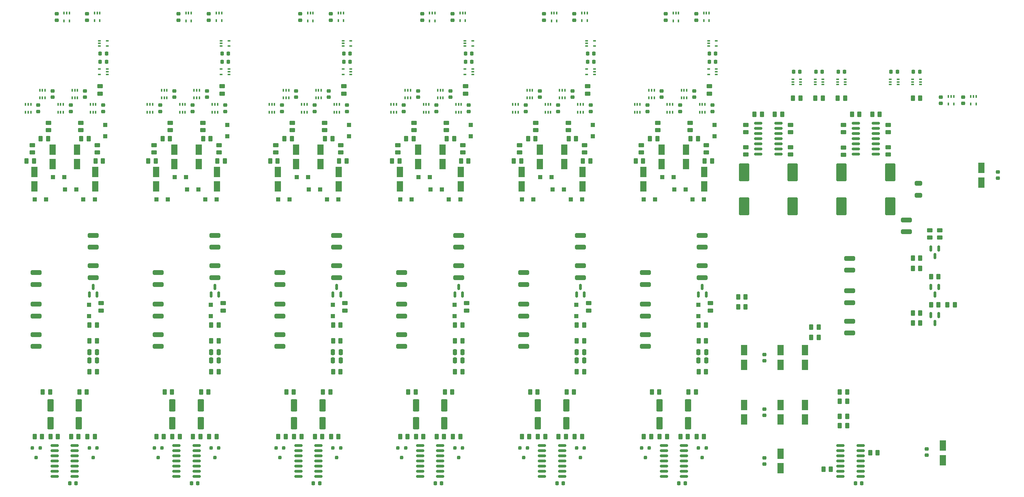
<source format=gbp>
G04 #@! TF.GenerationSoftware,KiCad,Pcbnew,8.0.8-2.fc41*
G04 #@! TF.CreationDate,2025-02-23T13:27:10+00:00*
G04 #@! TF.ProjectId,SCART_switcher,53434152-545f-4737-9769-74636865722e,rev?*
G04 #@! TF.SameCoordinates,Original*
G04 #@! TF.FileFunction,Paste,Bot*
G04 #@! TF.FilePolarity,Positive*
%FSLAX46Y46*%
G04 Gerber Fmt 4.6, Leading zero omitted, Abs format (unit mm)*
G04 Created by KiCad (PCBNEW 8.0.8-2.fc41) date 2025-02-23 13:27:10*
%MOMM*%
%LPD*%
G01*
G04 APERTURE LIST*
G04 Aperture macros list*
%AMRoundRect*
0 Rectangle with rounded corners*
0 $1 Rounding radius*
0 $2 $3 $4 $5 $6 $7 $8 $9 X,Y pos of 4 corners*
0 Add a 4 corners polygon primitive as box body*
4,1,4,$2,$3,$4,$5,$6,$7,$8,$9,$2,$3,0*
0 Add four circle primitives for the rounded corners*
1,1,$1+$1,$2,$3*
1,1,$1+$1,$4,$5*
1,1,$1+$1,$6,$7*
1,1,$1+$1,$8,$9*
0 Add four rect primitives between the rounded corners*
20,1,$1+$1,$2,$3,$4,$5,0*
20,1,$1+$1,$4,$5,$6,$7,0*
20,1,$1+$1,$6,$7,$8,$9,0*
20,1,$1+$1,$8,$9,$2,$3,0*%
G04 Aperture macros list end*
%ADD10RoundRect,0.250000X-0.262500X-0.450000X0.262500X-0.450000X0.262500X0.450000X-0.262500X0.450000X0*%
%ADD11RoundRect,0.250000X-1.075000X0.312500X-1.075000X-0.312500X1.075000X-0.312500X1.075000X0.312500X0*%
%ADD12RoundRect,0.225000X0.250000X-0.225000X0.250000X0.225000X-0.250000X0.225000X-0.250000X-0.225000X0*%
%ADD13RoundRect,0.250000X0.262500X0.450000X-0.262500X0.450000X-0.262500X-0.450000X0.262500X-0.450000X0*%
%ADD14RoundRect,0.250000X-0.550000X1.050000X-0.550000X-1.050000X0.550000X-1.050000X0.550000X1.050000X0*%
%ADD15RoundRect,0.250000X0.300000X0.300000X-0.300000X0.300000X-0.300000X-0.300000X0.300000X-0.300000X0*%
%ADD16RoundRect,0.100000X-0.100000X0.225000X-0.100000X-0.225000X0.100000X-0.225000X0.100000X0.225000X0*%
%ADD17RoundRect,0.250000X-1.000000X1.950000X-1.000000X-1.950000X1.000000X-1.950000X1.000000X1.950000X0*%
%ADD18RoundRect,0.100000X-0.225000X-0.100000X0.225000X-0.100000X0.225000X0.100000X-0.225000X0.100000X0*%
%ADD19RoundRect,0.250000X0.300000X-0.300000X0.300000X0.300000X-0.300000X0.300000X-0.300000X-0.300000X0*%
%ADD20RoundRect,0.250000X0.450000X-0.262500X0.450000X0.262500X-0.450000X0.262500X-0.450000X-0.262500X0*%
%ADD21RoundRect,0.250000X0.550000X-1.050000X0.550000X1.050000X-0.550000X1.050000X-0.550000X-1.050000X0*%
%ADD22RoundRect,0.200000X-0.200000X0.250000X-0.200000X-0.250000X0.200000X-0.250000X0.200000X0.250000X0*%
%ADD23RoundRect,0.250000X0.550000X-1.250000X0.550000X1.250000X-0.550000X1.250000X-0.550000X-1.250000X0*%
%ADD24RoundRect,0.100000X0.225000X0.100000X-0.225000X0.100000X-0.225000X-0.100000X0.225000X-0.100000X0*%
%ADD25RoundRect,0.250000X-0.300000X-0.300000X0.300000X-0.300000X0.300000X0.300000X-0.300000X0.300000X0*%
%ADD26RoundRect,0.225000X0.225000X0.250000X-0.225000X0.250000X-0.225000X-0.250000X0.225000X-0.250000X0*%
%ADD27RoundRect,0.250000X0.250000X0.475000X-0.250000X0.475000X-0.250000X-0.475000X0.250000X-0.475000X0*%
%ADD28RoundRect,0.225000X-0.250000X0.225000X-0.250000X-0.225000X0.250000X-0.225000X0.250000X0.225000X0*%
%ADD29RoundRect,0.150000X0.825000X0.150000X-0.825000X0.150000X-0.825000X-0.150000X0.825000X-0.150000X0*%
%ADD30RoundRect,0.250000X-0.450000X0.262500X-0.450000X-0.262500X0.450000X-0.262500X0.450000X0.262500X0*%
%ADD31RoundRect,0.150000X0.150000X-0.587500X0.150000X0.587500X-0.150000X0.587500X-0.150000X-0.587500X0*%
%ADD32RoundRect,0.250000X-0.300000X0.300000X-0.300000X-0.300000X0.300000X-0.300000X0.300000X0.300000X0*%
%ADD33RoundRect,0.225000X-0.225000X-0.250000X0.225000X-0.250000X0.225000X0.250000X-0.225000X0.250000X0*%
%ADD34RoundRect,0.150000X-0.150000X0.587500X-0.150000X-0.587500X0.150000X-0.587500X0.150000X0.587500X0*%
%ADD35RoundRect,0.150000X-0.825000X-0.150000X0.825000X-0.150000X0.825000X0.150000X-0.825000X0.150000X0*%
%ADD36RoundRect,0.250000X0.650000X-0.325000X0.650000X0.325000X-0.650000X0.325000X-0.650000X-0.325000X0*%
G04 APERTURE END LIST*
D10*
X186337500Y-76500000D03*
X188162500Y-76500000D03*
X219587500Y-135750000D03*
X221412500Y-135750000D03*
D11*
X35750000Y-102337500D03*
X35750000Y-105262500D03*
D12*
X176750000Y-41775000D03*
X176750000Y-40225000D03*
D13*
X175162500Y-133500000D03*
X173337500Y-133500000D03*
D14*
X66250000Y-79200000D03*
X66250000Y-82800000D03*
D15*
X181650000Y-83500000D03*
X178850000Y-83500000D03*
D13*
X114662500Y-71000000D03*
X112837500Y-71000000D03*
D16*
X19100000Y-62550000D03*
X19750000Y-62550000D03*
X20400000Y-62550000D03*
X20400000Y-64450000D03*
X19750000Y-64450000D03*
X19100000Y-64450000D03*
D15*
X156150000Y-86000000D03*
X153350000Y-86000000D03*
D10*
X94837500Y-128500000D03*
X96662500Y-128500000D03*
D14*
X85750000Y-73700000D03*
X85750000Y-77300000D03*
D17*
X232000000Y-79300000D03*
X232000000Y-87700000D03*
D18*
X219050000Y-57650000D03*
X219050000Y-57000000D03*
X219050000Y-56350000D03*
X220950000Y-56350000D03*
X220950000Y-57000000D03*
X220950000Y-57650000D03*
D19*
X64750000Y-114800000D03*
X64750000Y-112000000D03*
D12*
X172250000Y-64275000D03*
X172250000Y-62725000D03*
D10*
X184837500Y-120900000D03*
X186662500Y-120900000D03*
D20*
X244250000Y-95412500D03*
X244250000Y-93587500D03*
D12*
X146750000Y-41775000D03*
X146750000Y-40225000D03*
D21*
X196000000Y-140300000D03*
X196000000Y-136700000D03*
D16*
X112600000Y-59050000D03*
X113250000Y-59050000D03*
X113900000Y-59050000D03*
X113900000Y-60950000D03*
X113250000Y-60950000D03*
X112600000Y-60950000D03*
D22*
X154800000Y-147300000D03*
X156700000Y-147300000D03*
X155750000Y-149700000D03*
D13*
X55162500Y-133500000D03*
X53337500Y-133500000D03*
D16*
X117100000Y-62550000D03*
X117750000Y-62550000D03*
X118400000Y-62550000D03*
X118400000Y-64450000D03*
X117750000Y-64450000D03*
X117100000Y-64450000D03*
D10*
X182837500Y-71000000D03*
X184662500Y-71000000D03*
D13*
X62162500Y-144500000D03*
X60337500Y-144500000D03*
D10*
X34837500Y-117000000D03*
X36662500Y-117000000D03*
D14*
X55750000Y-73700000D03*
X55750000Y-77300000D03*
D11*
X81750000Y-111837500D03*
X81750000Y-114762500D03*
D13*
X145162500Y-133500000D03*
X143337500Y-133500000D03*
D23*
X55250000Y-141200000D03*
X55250000Y-136800000D03*
D24*
X189200000Y-53850000D03*
X189200000Y-54500000D03*
X189200000Y-55150000D03*
X187300000Y-55150000D03*
X187300000Y-53850000D03*
D12*
X150250000Y-64275000D03*
X150250000Y-62725000D03*
D25*
X51350000Y-86000000D03*
X54150000Y-86000000D03*
D10*
X62337500Y-133500000D03*
X64162500Y-133500000D03*
D12*
X30250000Y-64275000D03*
X30250000Y-62725000D03*
D13*
X53162500Y-144500000D03*
X51337500Y-144500000D03*
D10*
X64837500Y-120900000D03*
X66662500Y-120900000D03*
X122337500Y-133500000D03*
X124162500Y-133500000D03*
X154337500Y-144500000D03*
X156162500Y-144500000D03*
D11*
X21750000Y-104037500D03*
X21750000Y-106962500D03*
X141750000Y-119337500D03*
X141750000Y-122262500D03*
D10*
X62837500Y-71000000D03*
X64662500Y-71000000D03*
D13*
X111162500Y-76500000D03*
X109337500Y-76500000D03*
D23*
X62250000Y-141200000D03*
X62250000Y-136800000D03*
D26*
X121525000Y-156000000D03*
X119975000Y-156000000D03*
D12*
X22250000Y-64275000D03*
X22250000Y-62725000D03*
D14*
X151750000Y-73700000D03*
X151750000Y-77300000D03*
D13*
X209912500Y-61000000D03*
X208087500Y-61000000D03*
D16*
X150600000Y-59050000D03*
X151250000Y-59050000D03*
X151900000Y-59050000D03*
X151900000Y-60950000D03*
X151250000Y-60950000D03*
X150600000Y-60950000D03*
D13*
X239412500Y-114000000D03*
X237587500Y-114000000D03*
X173162500Y-144500000D03*
X171337500Y-144500000D03*
D18*
X97300000Y-48150000D03*
X97300000Y-47500000D03*
X97300000Y-46850000D03*
X99200000Y-46850000D03*
X99200000Y-48150000D03*
D13*
X243912500Y-105000000D03*
X242087500Y-105000000D03*
X152162500Y-144500000D03*
X150337500Y-144500000D03*
D27*
X156700000Y-125700000D03*
X154800000Y-125700000D03*
D28*
X241000000Y-147500000D03*
X241000000Y-149050000D03*
D12*
X184250000Y-41775000D03*
X184250000Y-40225000D03*
D18*
X187300000Y-48150000D03*
X187300000Y-47500000D03*
X187300000Y-46850000D03*
X189200000Y-46850000D03*
X189200000Y-48150000D03*
D13*
X51162500Y-76500000D03*
X49337500Y-76500000D03*
D14*
X141250000Y-79200000D03*
X141250000Y-82800000D03*
D23*
X115250000Y-141200000D03*
X115250000Y-136800000D03*
X122250000Y-141200000D03*
X122250000Y-136800000D03*
D14*
X121750000Y-73700000D03*
X121750000Y-77300000D03*
D29*
X228475000Y-67190000D03*
X228475000Y-68460000D03*
X228475000Y-69730000D03*
X228475000Y-71000000D03*
X228475000Y-72270000D03*
X228475000Y-73540000D03*
X228475000Y-74810000D03*
X223525000Y-74810000D03*
X223525000Y-73540000D03*
X223525000Y-72270000D03*
X223525000Y-71000000D03*
X223525000Y-69730000D03*
X223525000Y-68460000D03*
X223525000Y-67190000D03*
D16*
X30600000Y-59050000D03*
X31250000Y-59050000D03*
X31900000Y-59050000D03*
X31900000Y-60950000D03*
X31250000Y-60950000D03*
X30600000Y-60950000D03*
D13*
X24662500Y-71000000D03*
X22837500Y-71000000D03*
D20*
X97750000Y-113412500D03*
X97750000Y-111587500D03*
D26*
X61525000Y-156000000D03*
X59975000Y-156000000D03*
D16*
X65100000Y-62550000D03*
X65750000Y-62550000D03*
X66400000Y-62550000D03*
X66400000Y-64450000D03*
X65750000Y-64450000D03*
X65100000Y-64450000D03*
D20*
X187500000Y-59912500D03*
X187500000Y-58087500D03*
D19*
X34750000Y-114800000D03*
X34750000Y-112000000D03*
D16*
X96100000Y-40000000D03*
X96750000Y-40000000D03*
X97400000Y-40000000D03*
X97400000Y-41900000D03*
X96100000Y-41900000D03*
D10*
X94837500Y-117000000D03*
X96662500Y-117000000D03*
D26*
X233775000Y-54500000D03*
X232225000Y-54500000D03*
D13*
X171162500Y-76500000D03*
X169337500Y-76500000D03*
X239412500Y-61000000D03*
X237587500Y-61000000D03*
D12*
X128250000Y-64275000D03*
X128250000Y-62725000D03*
D16*
X126100000Y-40000000D03*
X126750000Y-40000000D03*
X127400000Y-40000000D03*
X127400000Y-41900000D03*
X126100000Y-41900000D03*
D23*
X25250000Y-141200000D03*
X25250000Y-136800000D03*
D30*
X231500000Y-73087500D03*
X231500000Y-74912500D03*
X196500000Y-67587500D03*
X196500000Y-69412500D03*
D31*
X186700000Y-109437500D03*
X184800000Y-109437500D03*
X185750000Y-107562500D03*
D15*
X151650000Y-83500000D03*
X148850000Y-83500000D03*
D31*
X96700000Y-109437500D03*
X94800000Y-109437500D03*
X95750000Y-107562500D03*
D10*
X145250000Y-144500000D03*
X147075000Y-144500000D03*
D27*
X66700000Y-125700000D03*
X64800000Y-125700000D03*
X186700000Y-125700000D03*
X184800000Y-125700000D03*
D12*
X258500000Y-80775000D03*
X258500000Y-79225000D03*
X188250000Y-64275000D03*
X188250000Y-62725000D03*
D17*
X208000000Y-79300000D03*
X208000000Y-87700000D03*
D20*
X127750000Y-113412500D03*
X127750000Y-111587500D03*
D12*
X90250000Y-64275000D03*
X90250000Y-62725000D03*
D10*
X34337500Y-144500000D03*
X36162500Y-144500000D03*
X194587500Y-110000000D03*
X196412500Y-110000000D03*
D16*
X109100000Y-62550000D03*
X109750000Y-62550000D03*
X110400000Y-62550000D03*
X110400000Y-64450000D03*
X109750000Y-64450000D03*
X109100000Y-64450000D03*
D10*
X126337500Y-76500000D03*
X128162500Y-76500000D03*
D12*
X250000000Y-62275000D03*
X250000000Y-60725000D03*
D16*
X172600000Y-59050000D03*
X173250000Y-59050000D03*
X173900000Y-59050000D03*
X173900000Y-60950000D03*
X173250000Y-60950000D03*
X172600000Y-60950000D03*
D11*
X65750000Y-102337500D03*
X65750000Y-105262500D03*
D10*
X34837500Y-120900000D03*
X36662500Y-120900000D03*
D17*
X220000000Y-79300000D03*
X220000000Y-87700000D03*
D20*
X182750000Y-68912500D03*
X182750000Y-67087500D03*
D14*
X81250000Y-79200000D03*
X81250000Y-82800000D03*
D10*
X219587500Y-133500000D03*
X221412500Y-133500000D03*
D12*
X25750000Y-60775000D03*
X25750000Y-59225000D03*
D31*
X156700000Y-109437500D03*
X154800000Y-109437500D03*
X155750000Y-107562500D03*
D22*
X184800000Y-147300000D03*
X186700000Y-147300000D03*
X185750000Y-149700000D03*
D10*
X94837500Y-120900000D03*
X96662500Y-120900000D03*
D16*
X87100000Y-62550000D03*
X87750000Y-62550000D03*
X88400000Y-62550000D03*
X88400000Y-64450000D03*
X87750000Y-64450000D03*
X87100000Y-64450000D03*
D13*
X84662500Y-71000000D03*
X82837500Y-71000000D03*
D32*
X38750000Y-67600000D03*
X38750000Y-70400000D03*
D31*
X36700000Y-109437500D03*
X34800000Y-109437500D03*
X35750000Y-107562500D03*
D11*
X95750000Y-94837500D03*
X95750000Y-97762500D03*
D13*
X247912500Y-112000000D03*
X246087500Y-112000000D03*
D10*
X32337500Y-133500000D03*
X34162500Y-133500000D03*
D15*
X31650000Y-83500000D03*
X28850000Y-83500000D03*
D10*
X203587500Y-65000000D03*
X205412500Y-65000000D03*
X124837500Y-117000000D03*
X126662500Y-117000000D03*
X175250000Y-144500000D03*
X177075000Y-144500000D03*
D11*
X171750000Y-111837500D03*
X171750000Y-114762500D03*
D22*
X110800000Y-147300000D03*
X112700000Y-147300000D03*
X111750000Y-149700000D03*
D21*
X254500000Y-81800000D03*
X254500000Y-78200000D03*
D32*
X158750000Y-67600000D03*
X158750000Y-70400000D03*
D10*
X152837500Y-71000000D03*
X154662500Y-71000000D03*
D12*
X68250000Y-64275000D03*
X68250000Y-62725000D03*
D10*
X34837500Y-128500000D03*
X36662500Y-128500000D03*
D27*
X66700000Y-123700000D03*
X64800000Y-123700000D03*
D16*
X95100000Y-62550000D03*
X95750000Y-62550000D03*
X96400000Y-62550000D03*
X96400000Y-64450000D03*
X95750000Y-64450000D03*
X95100000Y-64450000D03*
D11*
X236000000Y-91037500D03*
X236000000Y-93962500D03*
D16*
X120600000Y-59050000D03*
X121250000Y-59050000D03*
X121900000Y-59050000D03*
X121900000Y-60950000D03*
X121250000Y-60950000D03*
X120600000Y-60950000D03*
D30*
X220500000Y-73175000D03*
X220500000Y-75000000D03*
D12*
X142250000Y-64275000D03*
X142250000Y-62725000D03*
D11*
X35750000Y-94837500D03*
X35750000Y-97762500D03*
D10*
X64337500Y-144500000D03*
X66162500Y-144500000D03*
D20*
X140750000Y-74412500D03*
X140750000Y-72587500D03*
D13*
X243912500Y-112000000D03*
X242087500Y-112000000D03*
D11*
X125750000Y-94837500D03*
X125750000Y-97762500D03*
D10*
X227587500Y-65000000D03*
X229412500Y-65000000D03*
D20*
X186750000Y-74412500D03*
X186750000Y-72587500D03*
X37750000Y-113412500D03*
X37750000Y-111587500D03*
D13*
X217412500Y-152500000D03*
X215587500Y-152500000D03*
D11*
X111750000Y-104037500D03*
X111750000Y-106962500D03*
D15*
X36150000Y-86000000D03*
X33350000Y-86000000D03*
D20*
X187750000Y-113412500D03*
X187750000Y-111587500D03*
D12*
X112250000Y-64275000D03*
X112250000Y-62725000D03*
D13*
X182162500Y-144500000D03*
X180337500Y-144500000D03*
D18*
X213550000Y-57650000D03*
X213550000Y-57000000D03*
X213550000Y-56350000D03*
X215450000Y-56350000D03*
X215450000Y-57000000D03*
X215450000Y-57650000D03*
D16*
X169100000Y-62550000D03*
X169750000Y-62550000D03*
X170400000Y-62550000D03*
X170400000Y-64450000D03*
X169750000Y-64450000D03*
X169100000Y-64450000D03*
D26*
X99025000Y-50000000D03*
X97475000Y-50000000D03*
D20*
X80750000Y-74412500D03*
X80750000Y-72587500D03*
D14*
X25750000Y-73700000D03*
X25750000Y-77300000D03*
D26*
X31525000Y-156000000D03*
X29975000Y-156000000D03*
D12*
X26750000Y-41775000D03*
X26750000Y-40225000D03*
D20*
X67750000Y-113412500D03*
X67750000Y-111587500D03*
D16*
X88600000Y-40050000D03*
X89250000Y-40050000D03*
X89900000Y-40050000D03*
X89900000Y-41950000D03*
X88600000Y-41950000D03*
D30*
X241750000Y-93587500D03*
X241750000Y-95412500D03*
D21*
X211000000Y-126800000D03*
X211000000Y-123200000D03*
D14*
X61750000Y-73700000D03*
X61750000Y-77300000D03*
D13*
X115162500Y-133500000D03*
X113337500Y-133500000D03*
D26*
X220775000Y-54500000D03*
X219225000Y-54500000D03*
D16*
X35100000Y-62550000D03*
X35750000Y-62550000D03*
X36400000Y-62550000D03*
X36400000Y-64450000D03*
X35750000Y-64450000D03*
X35100000Y-64450000D03*
D33*
X67475000Y-52000000D03*
X69025000Y-52000000D03*
D23*
X145250000Y-141200000D03*
X145250000Y-136800000D03*
X92250000Y-141200000D03*
X92250000Y-136800000D03*
D11*
X81750000Y-119337500D03*
X81750000Y-122262500D03*
D14*
X51250000Y-79200000D03*
X51250000Y-82800000D03*
D21*
X205000000Y-140300000D03*
X205000000Y-136700000D03*
D26*
X181525000Y-156000000D03*
X179975000Y-156000000D03*
D20*
X157750000Y-113412500D03*
X157750000Y-111587500D03*
X20750000Y-74412500D03*
X20750000Y-72587500D03*
D13*
X32162500Y-144500000D03*
X30337500Y-144500000D03*
D34*
X242050000Y-107562500D03*
X243950000Y-107562500D03*
X243000000Y-109437500D03*
D13*
X143162500Y-144500000D03*
X141337500Y-144500000D03*
D27*
X186700000Y-123700000D03*
X184800000Y-123700000D03*
D35*
X56275000Y-154310000D03*
X56275000Y-153040000D03*
X56275000Y-151770000D03*
X56275000Y-150500000D03*
X56275000Y-149230000D03*
X56275000Y-147960000D03*
X56275000Y-146690000D03*
X61225000Y-146690000D03*
X61225000Y-147960000D03*
X61225000Y-149230000D03*
X61225000Y-150500000D03*
X61225000Y-151770000D03*
X61225000Y-153040000D03*
X61225000Y-154310000D03*
D25*
X145850000Y-80500000D03*
X148650000Y-80500000D03*
D18*
X37300000Y-48150000D03*
X37300000Y-47500000D03*
X37300000Y-46850000D03*
X39200000Y-46850000D03*
X39200000Y-48150000D03*
D24*
X159200000Y-53850000D03*
X159200000Y-54500000D03*
X159200000Y-55150000D03*
X157300000Y-55150000D03*
X157300000Y-53850000D03*
D20*
X144750000Y-68912500D03*
X144750000Y-67087500D03*
D16*
X28600000Y-40050000D03*
X29250000Y-40050000D03*
X29900000Y-40050000D03*
X29900000Y-41950000D03*
X28600000Y-41950000D03*
D10*
X25250000Y-144500000D03*
X27075000Y-144500000D03*
D16*
X27100000Y-62550000D03*
X27750000Y-62550000D03*
X28400000Y-62550000D03*
X28400000Y-64450000D03*
X27750000Y-64450000D03*
X27100000Y-64450000D03*
D13*
X25162500Y-133500000D03*
X23337500Y-133500000D03*
D22*
X20800000Y-147300000D03*
X22700000Y-147300000D03*
X21750000Y-149700000D03*
D12*
X145750000Y-60775000D03*
X145750000Y-59225000D03*
D26*
X209775000Y-54500000D03*
X208225000Y-54500000D03*
D25*
X175850000Y-80500000D03*
X178650000Y-80500000D03*
D12*
X116750000Y-41775000D03*
X116750000Y-40225000D03*
D16*
X185100000Y-62550000D03*
X185750000Y-62550000D03*
X186400000Y-62550000D03*
X186400000Y-64450000D03*
X185750000Y-64450000D03*
X185100000Y-64450000D03*
D20*
X110750000Y-74412500D03*
X110750000Y-72587500D03*
D15*
X126150000Y-86000000D03*
X123350000Y-86000000D03*
D20*
X152750000Y-68912500D03*
X152750000Y-67087500D03*
D32*
X128750000Y-67600000D03*
X128750000Y-70400000D03*
D14*
X175750000Y-73700000D03*
X175750000Y-77300000D03*
D18*
X157300000Y-48150000D03*
X157300000Y-47500000D03*
X157300000Y-46850000D03*
X159200000Y-46850000D03*
X159200000Y-48150000D03*
D20*
X126750000Y-74412500D03*
X126750000Y-72587500D03*
D15*
X91650000Y-83500000D03*
X88850000Y-83500000D03*
D10*
X184837500Y-117000000D03*
X186662500Y-117000000D03*
D13*
X214412500Y-120000000D03*
X212587500Y-120000000D03*
D10*
X55250000Y-144500000D03*
X57075000Y-144500000D03*
D13*
X23162500Y-144500000D03*
X21337500Y-144500000D03*
D14*
X156250000Y-79200000D03*
X156250000Y-82800000D03*
D10*
X64837500Y-128500000D03*
X66662500Y-128500000D03*
D11*
X21750000Y-119337500D03*
X21750000Y-122262500D03*
D16*
X125100000Y-62550000D03*
X125750000Y-62550000D03*
X126400000Y-62550000D03*
X126400000Y-64450000D03*
X125750000Y-64450000D03*
X125100000Y-64450000D03*
D19*
X124750000Y-114800000D03*
X124750000Y-112000000D03*
D25*
X25850000Y-80500000D03*
X28650000Y-80500000D03*
D18*
X127300000Y-48150000D03*
X127300000Y-47500000D03*
X127300000Y-46850000D03*
X129200000Y-46850000D03*
X129200000Y-48150000D03*
D33*
X187475000Y-52000000D03*
X189025000Y-52000000D03*
D10*
X152337500Y-133500000D03*
X154162500Y-133500000D03*
D16*
X58600000Y-40050000D03*
X59250000Y-40050000D03*
X59900000Y-40050000D03*
X59900000Y-41950000D03*
X58600000Y-41950000D03*
D20*
X157500000Y-59912500D03*
X157500000Y-58087500D03*
D16*
X139100000Y-62550000D03*
X139750000Y-62550000D03*
X140400000Y-62550000D03*
X140400000Y-64450000D03*
X139750000Y-64450000D03*
X139100000Y-64450000D03*
D12*
X158250000Y-64275000D03*
X158250000Y-62725000D03*
D11*
X185750000Y-94837500D03*
X185750000Y-97762500D03*
D22*
X170800000Y-147300000D03*
X172700000Y-147300000D03*
X171750000Y-149700000D03*
D26*
X189025000Y-50000000D03*
X187475000Y-50000000D03*
D23*
X182250000Y-141200000D03*
X182250000Y-136800000D03*
D25*
X141350000Y-86000000D03*
X144150000Y-86000000D03*
D22*
X94800000Y-147300000D03*
X96700000Y-147300000D03*
X95750000Y-149700000D03*
D18*
X67300000Y-48150000D03*
X67300000Y-47500000D03*
X67300000Y-46850000D03*
X69200000Y-46850000D03*
X69200000Y-48150000D03*
D33*
X127475000Y-52000000D03*
X129025000Y-52000000D03*
D25*
X171350000Y-86000000D03*
X174150000Y-86000000D03*
D16*
X60600000Y-59050000D03*
X61250000Y-59050000D03*
X61900000Y-59050000D03*
X61900000Y-60950000D03*
X61250000Y-60950000D03*
X60600000Y-60950000D03*
D26*
X69025000Y-50000000D03*
X67475000Y-50000000D03*
D35*
X176275000Y-154310000D03*
X176275000Y-153040000D03*
X176275000Y-151770000D03*
X176275000Y-150500000D03*
X176275000Y-149230000D03*
X176275000Y-147960000D03*
X176275000Y-146690000D03*
X181225000Y-146690000D03*
X181225000Y-147960000D03*
X181225000Y-149230000D03*
X181225000Y-150500000D03*
X181225000Y-151770000D03*
X181225000Y-153040000D03*
X181225000Y-154310000D03*
D13*
X144662500Y-71000000D03*
X142837500Y-71000000D03*
D20*
X67500000Y-59912500D03*
X67500000Y-58087500D03*
D33*
X157475000Y-52000000D03*
X159025000Y-52000000D03*
D10*
X32837500Y-71000000D03*
X34662500Y-71000000D03*
D16*
X148600000Y-40050000D03*
X149250000Y-40050000D03*
X149900000Y-40050000D03*
X149900000Y-41950000D03*
X148600000Y-41950000D03*
D14*
X96250000Y-79200000D03*
X96250000Y-82800000D03*
D15*
X66150000Y-86000000D03*
X63350000Y-86000000D03*
D10*
X219587500Y-139500000D03*
X221412500Y-139500000D03*
D22*
X34800000Y-147300000D03*
X36700000Y-147300000D03*
X35750000Y-149700000D03*
D11*
X81750000Y-104037500D03*
X81750000Y-106962500D03*
X111750000Y-119337500D03*
X111750000Y-122262500D03*
D10*
X124337500Y-144500000D03*
X126162500Y-144500000D03*
D16*
X118600000Y-40050000D03*
X119250000Y-40050000D03*
X119900000Y-40050000D03*
X119900000Y-41950000D03*
X118600000Y-41950000D03*
D15*
X186150000Y-86000000D03*
X183350000Y-86000000D03*
D11*
X125750000Y-102337500D03*
X125750000Y-105262500D03*
D12*
X64250000Y-41775000D03*
X64250000Y-40225000D03*
D20*
X66750000Y-74412500D03*
X66750000Y-72587500D03*
D13*
X200412500Y-65000000D03*
X198587500Y-65000000D03*
D20*
X127500000Y-59912500D03*
X127500000Y-58087500D03*
D10*
X194587500Y-112500000D03*
X196412500Y-112500000D03*
D13*
X220912500Y-61000000D03*
X219087500Y-61000000D03*
D24*
X39200000Y-53850000D03*
X39200000Y-54500000D03*
X39200000Y-55150000D03*
X37300000Y-55150000D03*
X37300000Y-53850000D03*
D21*
X205000000Y-126800000D03*
X205000000Y-123200000D03*
D11*
X155750000Y-102337500D03*
X155750000Y-105262500D03*
D27*
X126700000Y-125700000D03*
X124800000Y-125700000D03*
D14*
X171250000Y-79200000D03*
X171250000Y-82800000D03*
D33*
X37475000Y-52000000D03*
X39025000Y-52000000D03*
D36*
X239000000Y-84975000D03*
X239000000Y-82025000D03*
D16*
X49100000Y-62550000D03*
X49750000Y-62550000D03*
X50400000Y-62550000D03*
X50400000Y-64450000D03*
X49750000Y-64450000D03*
X49100000Y-64450000D03*
D13*
X21162500Y-76500000D03*
X19337500Y-76500000D03*
D20*
X174750000Y-68912500D03*
X174750000Y-67087500D03*
D10*
X154837500Y-117000000D03*
X156662500Y-117000000D03*
D12*
X52250000Y-64275000D03*
X52250000Y-62725000D03*
D20*
X96750000Y-74412500D03*
X96750000Y-72587500D03*
D12*
X60250000Y-64275000D03*
X60250000Y-62725000D03*
D11*
X111750000Y-111837500D03*
X111750000Y-114762500D03*
D10*
X124837500Y-128500000D03*
X126662500Y-128500000D03*
D30*
X207500000Y-73087500D03*
X207500000Y-74912500D03*
D11*
X171750000Y-104037500D03*
X171750000Y-106962500D03*
D14*
X245000000Y-146700000D03*
X245000000Y-150300000D03*
D16*
X82600000Y-59050000D03*
X83250000Y-59050000D03*
X83900000Y-59050000D03*
X83900000Y-60950000D03*
X83250000Y-60950000D03*
X82600000Y-60950000D03*
D12*
X85750000Y-60775000D03*
X85750000Y-59225000D03*
D20*
X170750000Y-74412500D03*
X170750000Y-72587500D03*
D34*
X242050000Y-114562500D03*
X243950000Y-114562500D03*
X243000000Y-116437500D03*
D27*
X96700000Y-125700000D03*
X94800000Y-125700000D03*
D25*
X81350000Y-86000000D03*
X84150000Y-86000000D03*
D30*
X196500000Y-73087500D03*
X196500000Y-74912500D03*
D27*
X156700000Y-123700000D03*
X154800000Y-123700000D03*
D11*
X21750000Y-111837500D03*
X21750000Y-114762500D03*
D23*
X85250000Y-141200000D03*
X85250000Y-136800000D03*
D14*
X36250000Y-79200000D03*
X36250000Y-82800000D03*
D12*
X183750000Y-60775000D03*
X183750000Y-59225000D03*
D10*
X154837500Y-128500000D03*
X156662500Y-128500000D03*
D18*
X208050000Y-57650000D03*
X208050000Y-57000000D03*
X208050000Y-56350000D03*
X209950000Y-56350000D03*
X209950000Y-57000000D03*
X209950000Y-57650000D03*
D25*
X55850000Y-80500000D03*
X58650000Y-80500000D03*
D20*
X114750000Y-68912500D03*
X114750000Y-67087500D03*
D22*
X140800000Y-147300000D03*
X142700000Y-147300000D03*
X141750000Y-149700000D03*
D27*
X36700000Y-123700000D03*
X34800000Y-123700000D03*
D23*
X152250000Y-141200000D03*
X152250000Y-136800000D03*
D13*
X92162500Y-144500000D03*
X90337500Y-144500000D03*
D20*
X122750000Y-68912500D03*
X122750000Y-67087500D03*
D16*
X66100000Y-40000000D03*
X66750000Y-40000000D03*
X67400000Y-40000000D03*
X67400000Y-41900000D03*
X66100000Y-41900000D03*
D25*
X115850000Y-80500000D03*
X118650000Y-80500000D03*
D22*
X80800000Y-147300000D03*
X82700000Y-147300000D03*
X81750000Y-149700000D03*
D35*
X146275000Y-154310000D03*
X146275000Y-153040000D03*
X146275000Y-151770000D03*
X146275000Y-150500000D03*
X146275000Y-149230000D03*
X146275000Y-147960000D03*
X146275000Y-146690000D03*
X151225000Y-146690000D03*
X151225000Y-147960000D03*
X151225000Y-149230000D03*
X151225000Y-150500000D03*
X151225000Y-151770000D03*
X151225000Y-153040000D03*
X151225000Y-154310000D03*
D23*
X175250000Y-141200000D03*
X175250000Y-136800000D03*
D13*
X113162500Y-144500000D03*
X111337500Y-144500000D03*
D18*
X237550000Y-57650000D03*
X237550000Y-57000000D03*
X237550000Y-56350000D03*
X239450000Y-56350000D03*
X239450000Y-57000000D03*
X239450000Y-57650000D03*
D12*
X244500000Y-62275000D03*
X244500000Y-60725000D03*
D26*
X129025000Y-50000000D03*
X127475000Y-50000000D03*
X159025000Y-50000000D03*
X157475000Y-50000000D03*
D12*
X38250000Y-64275000D03*
X38250000Y-62725000D03*
D11*
X51750000Y-104037500D03*
X51750000Y-106962500D03*
D27*
X96700000Y-123700000D03*
X94800000Y-123700000D03*
D14*
X21250000Y-79200000D03*
X21250000Y-82800000D03*
D11*
X141750000Y-111837500D03*
X141750000Y-114762500D03*
D10*
X219587500Y-141750000D03*
X221412500Y-141750000D03*
D12*
X120250000Y-64275000D03*
X120250000Y-62725000D03*
D25*
X21350000Y-86000000D03*
X24150000Y-86000000D03*
D20*
X62750000Y-68912500D03*
X62750000Y-67087500D03*
D16*
X52600000Y-59050000D03*
X53250000Y-59050000D03*
X53900000Y-59050000D03*
X53900000Y-60950000D03*
X53250000Y-60950000D03*
X52600000Y-60950000D03*
D35*
X86275000Y-154310000D03*
X86275000Y-153040000D03*
X86275000Y-151770000D03*
X86275000Y-150500000D03*
X86275000Y-149230000D03*
X86275000Y-147960000D03*
X86275000Y-146690000D03*
X91225000Y-146690000D03*
X91225000Y-147960000D03*
X91225000Y-149230000D03*
X91225000Y-150500000D03*
X91225000Y-151770000D03*
X91225000Y-153040000D03*
X91225000Y-154310000D03*
D21*
X196000000Y-126800000D03*
X196000000Y-123200000D03*
D29*
X204475000Y-67190000D03*
X204475000Y-68460000D03*
X204475000Y-69730000D03*
X204475000Y-71000000D03*
X204475000Y-72270000D03*
X204475000Y-73540000D03*
X204475000Y-74810000D03*
X199525000Y-74810000D03*
X199525000Y-73540000D03*
X199525000Y-72270000D03*
X199525000Y-71000000D03*
X199525000Y-69730000D03*
X199525000Y-68460000D03*
X199525000Y-67190000D03*
D20*
X36750000Y-74412500D03*
X36750000Y-72587500D03*
D21*
X211000000Y-140300000D03*
X211000000Y-136700000D03*
D12*
X86750000Y-41775000D03*
X86750000Y-40225000D03*
D10*
X115250000Y-144500000D03*
X117075000Y-144500000D03*
D26*
X39025000Y-50000000D03*
X37475000Y-50000000D03*
D12*
X154250000Y-41775000D03*
X154250000Y-40225000D03*
X201000000Y-151275000D03*
X201000000Y-149725000D03*
D25*
X85850000Y-80500000D03*
X88650000Y-80500000D03*
D20*
X37500000Y-59912500D03*
X37500000Y-58087500D03*
D26*
X151525000Y-156000000D03*
X149975000Y-156000000D03*
D16*
X156100000Y-40000000D03*
X156750000Y-40000000D03*
X157400000Y-40000000D03*
X157400000Y-41900000D03*
X156100000Y-41900000D03*
X90600000Y-59050000D03*
X91250000Y-59050000D03*
X91900000Y-59050000D03*
X91900000Y-60950000D03*
X91250000Y-60950000D03*
X90600000Y-60950000D03*
X180600000Y-59050000D03*
X181250000Y-59050000D03*
X181900000Y-59050000D03*
X181900000Y-60950000D03*
X181250000Y-60950000D03*
X180600000Y-60950000D03*
D26*
X215275000Y-54500000D03*
X213725000Y-54500000D03*
D22*
X124800000Y-147300000D03*
X126700000Y-147300000D03*
X125750000Y-149700000D03*
D10*
X154837500Y-120900000D03*
X156662500Y-120900000D03*
X66337500Y-76500000D03*
X68162500Y-76500000D03*
X156337500Y-76500000D03*
X158162500Y-76500000D03*
D13*
X174662500Y-71000000D03*
X172837500Y-71000000D03*
D26*
X91525000Y-156000000D03*
X89975000Y-156000000D03*
D12*
X94250000Y-41775000D03*
X94250000Y-40225000D03*
D11*
X222000000Y-100537500D03*
X222000000Y-103462500D03*
D22*
X64800000Y-147300000D03*
X66700000Y-147300000D03*
X65750000Y-149700000D03*
D12*
X175750000Y-60775000D03*
X175750000Y-59225000D03*
D24*
X99200000Y-53850000D03*
X99200000Y-54500000D03*
X99200000Y-55150000D03*
X97300000Y-55150000D03*
X97300000Y-53850000D03*
D16*
X142600000Y-59050000D03*
X143250000Y-59050000D03*
X143900000Y-59050000D03*
X143900000Y-60950000D03*
X143250000Y-60950000D03*
X142600000Y-60950000D03*
D23*
X32250000Y-141200000D03*
X32250000Y-136800000D03*
D13*
X85162500Y-133500000D03*
X83337500Y-133500000D03*
D12*
X153750000Y-60775000D03*
X153750000Y-59225000D03*
X180250000Y-64275000D03*
X180250000Y-62725000D03*
D10*
X85250000Y-144500000D03*
X87075000Y-144500000D03*
D16*
X155100000Y-62550000D03*
X155750000Y-62550000D03*
X156400000Y-62550000D03*
X156400000Y-64450000D03*
X155750000Y-64450000D03*
X155100000Y-64450000D03*
X246350000Y-60550000D03*
X247000000Y-60550000D03*
X247650000Y-60550000D03*
X247650000Y-62450000D03*
X246350000Y-62450000D03*
D11*
X51750000Y-111837500D03*
X51750000Y-114762500D03*
D19*
X94750000Y-114800000D03*
X94750000Y-112000000D03*
D18*
X232050000Y-57650000D03*
X232050000Y-57000000D03*
X232050000Y-56350000D03*
X233950000Y-56350000D03*
X233950000Y-57000000D03*
X233950000Y-57650000D03*
D20*
X156750000Y-74412500D03*
X156750000Y-72587500D03*
D33*
X97475000Y-52000000D03*
X99025000Y-52000000D03*
D30*
X207500000Y-67587500D03*
X207500000Y-69412500D03*
D13*
X239412500Y-116500000D03*
X237587500Y-116500000D03*
X239412500Y-103000000D03*
X237587500Y-103000000D03*
D14*
X31750000Y-73700000D03*
X31750000Y-77300000D03*
D10*
X64837500Y-117000000D03*
X66662500Y-117000000D03*
D12*
X98250000Y-64275000D03*
X98250000Y-62725000D03*
D17*
X196000000Y-79300000D03*
X196000000Y-87700000D03*
D11*
X185750000Y-102337500D03*
X185750000Y-105262500D03*
D14*
X115750000Y-73700000D03*
X115750000Y-77300000D03*
D20*
X54750000Y-68912500D03*
X54750000Y-67087500D03*
D21*
X205000000Y-152300000D03*
X205000000Y-148700000D03*
D12*
X63750000Y-60775000D03*
X63750000Y-59225000D03*
D10*
X184337500Y-144500000D03*
X186162500Y-144500000D03*
D16*
X36100000Y-40000000D03*
X36750000Y-40000000D03*
X37400000Y-40000000D03*
X37400000Y-41900000D03*
X36100000Y-41900000D03*
X22600000Y-59050000D03*
X23250000Y-59050000D03*
X23900000Y-59050000D03*
X23900000Y-60950000D03*
X23250000Y-60950000D03*
X22600000Y-60950000D03*
D10*
X94337500Y-144500000D03*
X96162500Y-144500000D03*
D19*
X184750000Y-114800000D03*
X184750000Y-112000000D03*
D20*
X92750000Y-68912500D03*
X92750000Y-67087500D03*
D16*
X177100000Y-62550000D03*
X177750000Y-62550000D03*
X178400000Y-62550000D03*
X178400000Y-64450000D03*
X177750000Y-64450000D03*
X177100000Y-64450000D03*
D11*
X222000000Y-116037500D03*
X222000000Y-118962500D03*
X141750000Y-104037500D03*
X141750000Y-106962500D03*
D35*
X26275000Y-154310000D03*
X26275000Y-153040000D03*
X26275000Y-151770000D03*
X26275000Y-150500000D03*
X26275000Y-149230000D03*
X26275000Y-147960000D03*
X26275000Y-146690000D03*
X31225000Y-146690000D03*
X31225000Y-147960000D03*
X31225000Y-149230000D03*
X31225000Y-150500000D03*
X31225000Y-151770000D03*
X31225000Y-153040000D03*
X31225000Y-154310000D03*
D12*
X33750000Y-60775000D03*
X33750000Y-59225000D03*
X34250000Y-41775000D03*
X34250000Y-40225000D03*
X124250000Y-41775000D03*
X124250000Y-40225000D03*
D15*
X96150000Y-86000000D03*
X93350000Y-86000000D03*
D20*
X24750000Y-68912500D03*
X24750000Y-67087500D03*
D10*
X237587500Y-100500000D03*
X239412500Y-100500000D03*
D32*
X68750000Y-67600000D03*
X68750000Y-70400000D03*
D11*
X65750000Y-94837500D03*
X65750000Y-97762500D03*
D13*
X122162500Y-144500000D03*
X120337500Y-144500000D03*
D11*
X171750000Y-119337500D03*
X171750000Y-122262500D03*
D14*
X91750000Y-73700000D03*
X91750000Y-77300000D03*
D32*
X188750000Y-67600000D03*
X188750000Y-70400000D03*
D16*
X147100000Y-62550000D03*
X147750000Y-62550000D03*
X148400000Y-62550000D03*
X148400000Y-64450000D03*
X147750000Y-64450000D03*
X147100000Y-64450000D03*
D11*
X51750000Y-119337500D03*
X51750000Y-122262500D03*
D30*
X231500000Y-67587500D03*
X231500000Y-69412500D03*
D14*
X126250000Y-79200000D03*
X126250000Y-82800000D03*
D13*
X54662500Y-71000000D03*
X52837500Y-71000000D03*
D16*
X186100000Y-40000000D03*
X186750000Y-40000000D03*
X187400000Y-40000000D03*
X187400000Y-41900000D03*
X186100000Y-41900000D03*
D15*
X61650000Y-83500000D03*
X58850000Y-83500000D03*
D10*
X36337500Y-76500000D03*
X38162500Y-76500000D03*
D30*
X220500000Y-67587500D03*
X220500000Y-69412500D03*
D34*
X242050000Y-98062500D03*
X243950000Y-98062500D03*
X243000000Y-99937500D03*
D12*
X82250000Y-64275000D03*
X82250000Y-62725000D03*
D31*
X66700000Y-109437500D03*
X64800000Y-109437500D03*
X65750000Y-107562500D03*
D13*
X81162500Y-76500000D03*
X79337500Y-76500000D03*
D12*
X201000000Y-139275000D03*
X201000000Y-137725000D03*
D13*
X214412500Y-117500000D03*
X212587500Y-117500000D03*
D20*
X32750000Y-68912500D03*
X32750000Y-67087500D03*
D19*
X154750000Y-114800000D03*
X154750000Y-112000000D03*
D27*
X36700000Y-125700000D03*
X34800000Y-125700000D03*
D12*
X56750000Y-41775000D03*
X56750000Y-40225000D03*
D13*
X224412500Y-65000000D03*
X222587500Y-65000000D03*
D12*
X201000000Y-125775000D03*
X201000000Y-124225000D03*
D13*
X141162500Y-76500000D03*
X139337500Y-76500000D03*
D12*
X55750000Y-60775000D03*
X55750000Y-59225000D03*
X93750000Y-60775000D03*
X93750000Y-59225000D03*
D10*
X92837500Y-71000000D03*
X94662500Y-71000000D03*
D31*
X126700000Y-109437500D03*
X124800000Y-109437500D03*
X125750000Y-107562500D03*
D26*
X239275000Y-54500000D03*
X237725000Y-54500000D03*
X225025000Y-156000000D03*
X223475000Y-156000000D03*
D16*
X251850000Y-60550000D03*
X252500000Y-60550000D03*
X253150000Y-60550000D03*
X253150000Y-62450000D03*
X251850000Y-62450000D03*
D14*
X181750000Y-73700000D03*
X181750000Y-77300000D03*
D10*
X227087500Y-148500000D03*
X228912500Y-148500000D03*
D20*
X50750000Y-74412500D03*
X50750000Y-72587500D03*
D25*
X111350000Y-86000000D03*
X114150000Y-86000000D03*
D12*
X123750000Y-60775000D03*
X123750000Y-59225000D03*
D10*
X96337500Y-76500000D03*
X98162500Y-76500000D03*
D11*
X222000000Y-108537500D03*
X222000000Y-111462500D03*
D35*
X116275000Y-154310000D03*
X116275000Y-153040000D03*
X116275000Y-151770000D03*
X116275000Y-150500000D03*
X116275000Y-149230000D03*
X116275000Y-147960000D03*
X116275000Y-146690000D03*
X121225000Y-146690000D03*
X121225000Y-147960000D03*
X121225000Y-149230000D03*
X121225000Y-150500000D03*
X121225000Y-151770000D03*
X121225000Y-153040000D03*
X121225000Y-154310000D03*
D16*
X178600000Y-40050000D03*
X179250000Y-40050000D03*
X179900000Y-40050000D03*
X179900000Y-41950000D03*
X178600000Y-41950000D03*
D24*
X129200000Y-53850000D03*
X129200000Y-54500000D03*
X129200000Y-55150000D03*
X127300000Y-55150000D03*
X127300000Y-53850000D03*
D32*
X98750000Y-67600000D03*
X98750000Y-70400000D03*
D16*
X57100000Y-62550000D03*
X57750000Y-62550000D03*
X58400000Y-62550000D03*
X58400000Y-64450000D03*
X57750000Y-64450000D03*
X57100000Y-64450000D03*
D10*
X184837500Y-128500000D03*
X186662500Y-128500000D03*
D27*
X126700000Y-123700000D03*
X124800000Y-123700000D03*
D24*
X69200000Y-53850000D03*
X69200000Y-54500000D03*
X69200000Y-55150000D03*
X67300000Y-55150000D03*
X67300000Y-53850000D03*
D10*
X182337500Y-133500000D03*
X184162500Y-133500000D03*
D11*
X95750000Y-102337500D03*
X95750000Y-105262500D03*
D15*
X121650000Y-83500000D03*
X118850000Y-83500000D03*
D10*
X92337500Y-133500000D03*
X94162500Y-133500000D03*
D14*
X186250000Y-79200000D03*
X186250000Y-82800000D03*
D20*
X84750000Y-68912500D03*
X84750000Y-67087500D03*
D13*
X83162500Y-144500000D03*
X81337500Y-144500000D03*
D16*
X79100000Y-62550000D03*
X79750000Y-62550000D03*
X80400000Y-62550000D03*
X80400000Y-64450000D03*
X79750000Y-64450000D03*
X79100000Y-64450000D03*
D14*
X145750000Y-73700000D03*
X145750000Y-77300000D03*
D22*
X50800000Y-147300000D03*
X52700000Y-147300000D03*
X51750000Y-149700000D03*
D13*
X215412500Y-61000000D03*
X213587500Y-61000000D03*
D11*
X155750000Y-94837500D03*
X155750000Y-97762500D03*
D10*
X122837500Y-71000000D03*
X124662500Y-71000000D03*
D35*
X219775000Y-154310000D03*
X219775000Y-153040000D03*
X219775000Y-151770000D03*
X219775000Y-150500000D03*
X219775000Y-149230000D03*
X219775000Y-147960000D03*
X219775000Y-146690000D03*
X224725000Y-146690000D03*
X224725000Y-147960000D03*
X224725000Y-149230000D03*
X224725000Y-150500000D03*
X224725000Y-151770000D03*
X224725000Y-153040000D03*
X224725000Y-154310000D03*
D14*
X111250000Y-79200000D03*
X111250000Y-82800000D03*
D10*
X124837500Y-120900000D03*
X126662500Y-120900000D03*
D20*
X97500000Y-59912500D03*
X97500000Y-58087500D03*
D12*
X115750000Y-60775000D03*
X115750000Y-59225000D03*
M02*

</source>
